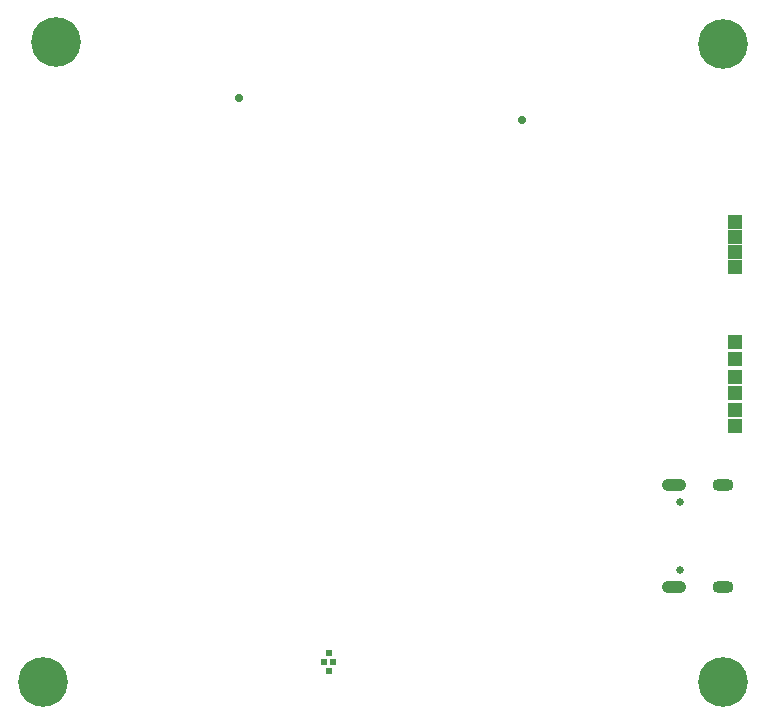
<source format=gbs>
%FSTAX23Y23*%
%MOIN*%
%SFA1B1*%

%IPPOS*%
%AMD107*
4,1,8,-0.035400,0.000000,-0.035400,0.000000,-0.015700,-0.019700,0.015700,-0.019700,0.035400,0.000000,0.035400,0.000000,0.015700,0.019700,-0.015700,0.019700,-0.035400,0.000000,0.0*
1,1,0.039370,-0.015700,0.000000*
1,1,0.039370,-0.015700,0.000000*
1,1,0.039370,0.015700,0.000000*
1,1,0.039370,0.015700,0.000000*
%
%AMD108*
4,1,8,-0.041300,0.000000,-0.041300,0.000000,-0.021700,-0.019700,0.021700,-0.019700,0.041300,0.000000,0.041300,0.000000,0.021700,0.019700,-0.021700,0.019700,-0.041300,0.000000,0.0*
1,1,0.039370,-0.021700,0.000000*
1,1,0.039370,-0.021700,0.000000*
1,1,0.039370,0.021700,0.000000*
1,1,0.039370,0.021700,0.000000*
%
G04~CAMADD=107~8~0.0~0.0~393.7~708.7~196.9~0.0~15~0.0~0.0~0.0~0.0~0~0.0~0.0~0.0~0.0~0~0.0~0.0~0.0~90.0~708.0~394.0*
%ADD107D107*%
G04~CAMADD=108~8~0.0~0.0~393.7~826.8~196.9~0.0~15~0.0~0.0~0.0~0.0~0~0.0~0.0~0.0~0.0~0~0.0~0.0~0.0~90.0~827.0~393.0*
%ADD108D108*%
%ADD109C,0.025591*%
%ADD157R,0.047370X0.047370*%
%ADD171C,0.023685*%
%ADD172C,0.165480*%
%ADD173C,0.027685*%
%LNrelia-1*%
%LPD*%
G54D107*
X02385Y00435D03*
Y00775D03*
G54D108*
X0222Y00435D03*
Y00775D03*
G54D109*
X0224Y00491D03*
Y00718D03*
G54D157*
X02425Y01135D03*
Y015D03*
Y0097D03*
Y01195D03*
Y0125D03*
Y01025D03*
Y0108D03*
Y0165D03*
Y0155D03*
Y016D03*
G54D171*
X0107Y00155D03*
X01055Y00185D03*
X0107Y00215D03*
X01085Y00185D03*
G54D172*
X00118Y00118D03*
X0016Y0225D03*
X02384Y00118D03*
Y02244D03*
G54D173*
X0077Y02065D03*
X01715Y0199D03*
M02*
</source>
